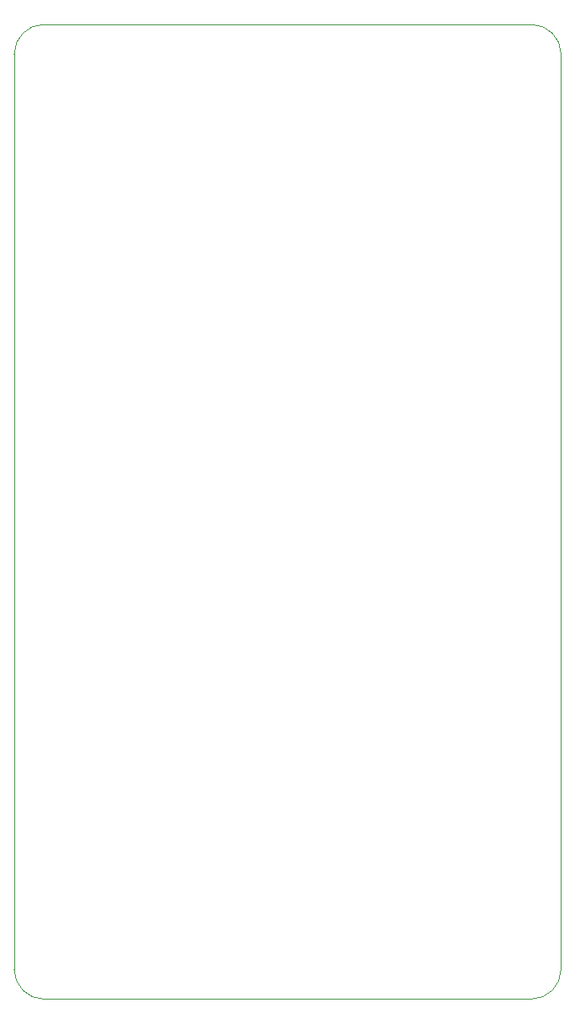
<source format=gbr>
%TF.GenerationSoftware,KiCad,Pcbnew,(6.0.1)*%
%TF.CreationDate,2022-04-27T15:56:50+10:00*%
%TF.ProjectId,bellerophon,62656c6c-6572-46f7-9068-6f6e2e6b6963,rev?*%
%TF.SameCoordinates,Original*%
%TF.FileFunction,Profile,NP*%
%FSLAX46Y46*%
G04 Gerber Fmt 4.6, Leading zero omitted, Abs format (unit mm)*
G04 Created by KiCad (PCBNEW (6.0.1)) date 2022-04-27 15:56:50*
%MOMM*%
%LPD*%
G01*
G04 APERTURE LIST*
%TA.AperFunction,Profile*%
%ADD10C,0.100000*%
%TD*%
G04 APERTURE END LIST*
D10*
X128000000Y-146000000D02*
X177000000Y-146000000D01*
X125000000Y-143000000D02*
G75*
G03*
X128000000Y-146000000I3000001J1D01*
G01*
X128000000Y-48000000D02*
G75*
G03*
X125000000Y-51000000I1J-3000001D01*
G01*
X177000000Y-146000000D02*
G75*
G03*
X180000000Y-143000000I-1J3000001D01*
G01*
X177000000Y-48000000D02*
X128000000Y-48000000D01*
X125000000Y-51000000D02*
X125000000Y-143000000D01*
X180000000Y-143000000D02*
X180000000Y-51000000D01*
X180000000Y-51000000D02*
G75*
G03*
X177000000Y-48000000I-3000001J-1D01*
G01*
M02*

</source>
